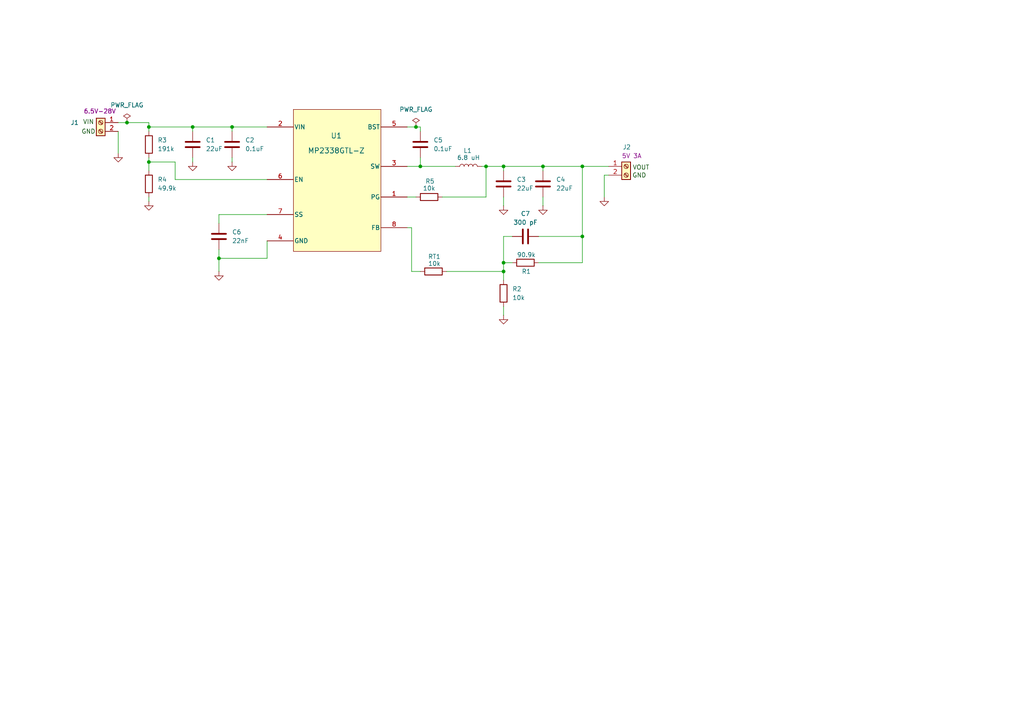
<source format=kicad_sch>
(kicad_sch (version 20250114) (generator "eeschema") (generator_version "9.0")
  (paper "A4")
  (title_block (title "DC to DC Switching Converter") (company "Teddy Kim") (comment 1 "Trimming pot in para with R1") (comment 2 "Change FB R's to 0.1% Tol") (comment 3 "Calc curr of pins to sch") (comment 4 "Calc Schematic"))
  (lib_symbols
    (symbol "Alpha:MP2338GTL-Z" (pin_names (offset 0.254))
      (property "Reference" "U1" (at 0 20.32 0))
      (property "Value" "MP2338GTL-Z" (at 0 17.78 0))
      (symbol "MP2338GTL-Z_0_1"
        (pin power_in line (at -20.32 10.16 0) (length 7.62) (name "VIN") (number "2"))
        (pin input line (at -20.32 -5.08 0) (length 7.62) (name "EN") (number "6"))
        (pin unspecified line (at -20.32 -15.24 0) (length 7.62) (name "SS") (number "7"))
        (pin power_in line (at -20.32 -22.86 0) (length 7.62) (name "GND") (number "4"))
        (pin power_in line (at 20.32 10.16 180) (length 7.62) (name "BST") (number "5"))
        (pin output line (at 20.32 -1.27 180) (length 7.62) (name "SW") (number "3"))
        (pin output line (at 20.32 -10.16 180) (length 7.62) (name "PG") (number "1"))
        (pin output line (at 20.32 -19.05 180) (length 7.62) (name "FB") (number "8"))
      )
      (symbol "MP2338GTL-Z_1_1"
        (rectangle (start -12.7 15.24) (end 12.7 -25.908) (fill (type color) (color 255 255 194 1)))
      )
    )
    (symbol "Connector:Screw_Terminal_01x02" (pin_names (offset 1.016) (hide yes))
      (property "Reference" "J1" (at 0 -8.89 0))
      (property "Value" "12V to 75V" (at 0 -6.35 0))
      (symbol "Screw_Terminal_01x02_1_1"
        (rectangle (start -1.27 1.27) (end 1.27 -3.81) (stroke (width 0.254)) (fill (type background)))
        (polyline (pts (xy -0.5334 0.3302) (xy 0.3302 -0.508)) (stroke (width 0.1524)))
        (polyline (pts (xy -0.5334 -2.2098) (xy 0.3302 -3.048)) (stroke (width 0.1524)))
        (polyline (pts (xy -0.3556 0.508) (xy 0.508 -0.3302)) (stroke (width 0.1524)))
        (polyline (pts (xy -0.3556 -2.032) (xy 0.508 -2.8702)) (stroke (width 0.1524)))
        (circle (center 0 0) (radius 0.635) (stroke (width 0.1524)))
        (circle (center 0 -2.54) (radius 0.635) (stroke (width 0.1524)))
        (text "GND" (at 3.556 0 0) (effects (font (size 1.27 1.27))))
        (text "VIN" (at 3.556 -2.794 0) (effects (font (size 1.27 1.27))))
        (pin power_out line (at -5.08 0 0) (length 3.81) (name "GND") (number "2"))
        (pin power_in line (at -5.08 -2.54 0) (length 3.81) (name "VIN") (number "1"))
      )
    )
    (symbol "Device:C" (pin_numbers (hide yes)) (pin_names (offset 0.254))
      (property "Reference" "C" (at 0.635 2.54 0))
      (property "Value" "C" (at 0.635 -2.54 0))
      (symbol "C_0_1"
        (polyline (pts (xy -2.032 0.762) (xy 2.032 0.762)) (stroke (width 0.508)))
        (polyline (pts (xy -2.032 -0.762) (xy 2.032 -0.762)) (stroke (width 0.508)))
      )
      (symbol "C_1_1"
        (pin passive line (at 0 3.81 270) (length 2.794) (name "~") (number "1"))
        (pin passive line (at 0 -3.81 90) (length 2.794) (name "~") (number "2"))
      )
    )
    (symbol "Device:L" (pin_numbers (hide yes)) (pin_names (offset 1.016) (hide yes))
      (property "Reference" "L" (at -1.27 0 90))
      (property "Value" "L" (at 1.905 0 90))
      (symbol "L_0_1"
        (arc (start 0 2.54) (mid 0.6323 1.905) (end 0 1.27))
        (arc (start 0 1.27) (mid 0.6323 0.635) (end 0 0))
        (arc (start 0 0) (mid 0.6323 -0.635) (end 0 -1.27))
        (arc (start 0 -1.27) (mid 0.6323 -1.905) (end 0 -2.54))
      )
      (symbol "L_1_1"
        (pin passive line (at 0 3.81 270) (length 1.27) (name "1") (number "1"))
        (pin passive line (at 0 -3.81 90) (length 1.27) (name "2") (number "2"))
      )
    )
    (symbol "Device:R" (pin_numbers (hide yes)) (pin_names (offset 0))
      (property "Reference" "R" (at 2.032 0 90))
      (property "Value" "R" (at 0 0 90))
      (symbol "R_0_1"
        (rectangle (start -1.016 -2.54) (end 1.016 2.54) (stroke (width 0.254)))
      )
      (symbol "R_1_1"
        (pin passive line (at 0 3.81 270) (length 1.27) (name "~") (number "1"))
        (pin passive line (at 0 -3.81 90) (length 1.27) (name "~") (number "2"))
      )
    )
    (symbol "Screw_Terminal_01x02_1" (pin_names (offset 1.016) (hide yes))
      (property "Reference" "J2" (at -1.016 3.048 0))
      (symbol "Screw_Terminal_01x02_1_1_1"
        (rectangle (start -1.27 1.27) (end 1.27 -3.81) (stroke (width 0.254)) (fill (type background)))
        (polyline (pts (xy -0.5334 0.3302) (xy 0.3302 -0.508)) (stroke (width 0.1524)))
        (polyline (pts (xy -0.5334 -2.2098) (xy 0.3302 -3.048)) (stroke (width 0.1524)))
        (polyline (pts (xy -0.3556 0.508) (xy 0.508 -0.3302)) (stroke (width 0.1524)))
        (polyline (pts (xy -0.3556 -2.032) (xy 0.508 -2.8702)) (stroke (width 0.1524)))
        (circle (center 0 0) (radius 0.635) (stroke (width 0.1524)))
        (circle (center 0 -2.54) (radius 0.635) (stroke (width 0.1524)))
        (text "GND" (at 3.81 -2.54 0) (effects (font (size 1.27 1.27))))
        (text "VOUT\n" (at 4.318 -0.254 0) (effects (font (size 1.27 1.27))))
        (pin passive line (at -5.08 0 0) (length 3.81) (name "VIN") (number "1"))
        (pin passive line (at -5.08 -2.54 0) (length 3.81) (name "GND") (number "2"))
      )
    )
    (symbol "power:GND" (power) (pin_numbers (hide yes)) (pin_names (offset 0) (hide yes))
      (property "Value" "GND" (at 0 -3.81 0))
      (symbol "GND_0_1"
        (polyline (pts (xy 0 0) (xy 0 -1.27) (xy 1.27 -1.27) (xy 0 -2.54) (xy -1.27 -1.27) (xy 0 -1.27)))
      )
      (symbol "GND_1_1"
        (pin power_in line (at 0 0 270) (length 0) (name "~") (number "1"))
      )
    )
    (symbol "power:PWR_FLAG" (power) (pin_numbers (hide yes)) (pin_names (offset 0) (hide yes))
      (property "Value" "PWR_FLAG" (at 0 3.81 0))
      (symbol "PWR_FLAG_0_0"
        (pin power_out line (at 0 0 90) (length 0) (name "~") (number "1"))
      )
      (symbol "PWR_FLAG_0_1"
        (polyline (pts (xy 0 0) (xy 0 1.27) (xy -1.016 1.905) (xy 0 2.54) (xy 1.016 1.905) (xy 0 1.27)))
      )
    )
  )
  (junction (at 43.18 36.83))
  (junction (at 168.91 48.26))
  (junction (at 168.91 68.58))
  (junction (at 120.65 36.83))
  (junction (at 43.18 46.99))
  (junction (at 146.05 78.74))
  (junction (at 36.83 35.56))
  (junction (at 140.97 48.26))
  (junction (at 55.88 36.83))
  (junction (at 146.05 48.26))
  (junction (at 63.5 74.93))
  (junction (at 67.31 36.83))
  (junction (at 146.05 76.2))
  (junction (at 121.92 48.26))
  (junction (at 157.48 48.26))
  (wire (pts (xy 146.05 57.15) (xy 146.05 59.69)))
  (wire (pts (xy 157.48 57.15) (xy 157.48 59.69)))
  (wire (pts (xy 157.48 48.26) (xy 168.91 48.26)))
  (wire (pts (xy 43.18 36.83) (xy 55.88 36.83)))
  (wire (pts (xy 67.31 45.72) (xy 67.31 46.99)))
  (wire (pts (xy 77.47 52.07) (xy 50.8 52.07)))
  (wire (pts (xy 118.11 57.15) (xy 120.65 57.15)))
  (wire (pts (xy 168.91 68.58) (xy 168.91 76.2)))
  (wire (pts (xy 120.65 36.83) (xy 121.92 36.83)))
  (wire (pts (xy 34.29 35.56) (xy 36.83 35.56)))
  (wire (pts (xy 36.83 35.56) (xy 43.18 35.56)))
  (wire (pts (xy 50.8 46.99) (xy 43.18 46.99)))
  (wire (pts (xy 140.97 57.15) (xy 140.97 48.26)))
  (wire (pts (xy 156.21 76.2) (xy 168.91 76.2)))
  (wire (pts (xy 146.05 88.9) (xy 146.05 91.44)))
  (wire (pts (xy 140.97 48.26) (xy 146.05 48.26)))
  (wire (pts (xy 67.31 36.83) (xy 67.31 38.1)))
  (wire (pts (xy 128.27 57.15) (xy 140.97 57.15)))
  (wire (pts (xy 63.5 74.93) (xy 77.47 74.93)))
  (wire (pts (xy 146.05 76.2) (xy 148.59 76.2)))
  (wire (pts (xy 121.92 36.83) (xy 121.92 38.1)))
  (wire (pts (xy 168.91 48.26) (xy 176.53 48.26)))
  (wire (pts (xy 175.26 50.8) (xy 175.26 57.15)))
  (wire (pts (xy 43.18 35.56) (xy 43.18 36.83)))
  (wire (pts (xy 55.88 36.83) (xy 67.31 36.83)))
  (wire (pts (xy 63.5 74.93) (xy 63.5 78.74)))
  (wire (pts (xy 63.5 72.39) (xy 63.5 74.93)))
  (wire (pts (xy 157.48 48.26) (xy 157.48 49.53)))
  (wire (pts (xy 168.91 48.26) (xy 168.91 68.58)))
  (wire (pts (xy 176.53 50.8) (xy 175.26 50.8)))
  (wire (pts (xy 119.38 78.74) (xy 121.92 78.74)))
  (wire (pts (xy 119.38 78.74) (xy 119.38 66.04)))
  (wire (pts (xy 43.18 38.1) (xy 43.18 36.83)))
  (wire (pts (xy 146.05 48.26) (xy 157.48 48.26)))
  (wire (pts (xy 67.31 36.83) (xy 77.47 36.83)))
  (wire (pts (xy 146.05 68.58) (xy 146.05 76.2)))
  (wire (pts (xy 146.05 78.74) (xy 146.05 81.28)))
  (wire (pts (xy 50.8 52.07) (xy 50.8 46.99)))
  (wire (pts (xy 148.59 68.58) (xy 146.05 68.58)))
  (wire (pts (xy 55.88 45.72) (xy 55.88 46.99)))
  (wire (pts (xy 121.92 48.26) (xy 132.08 48.26)))
  (wire (pts (xy 77.47 74.93) (xy 77.47 69.85)))
  (wire (pts (xy 55.88 38.1) (xy 55.88 36.83)))
  (wire (pts (xy 146.05 76.2) (xy 146.05 78.74)))
  (wire (pts (xy 156.21 68.58) (xy 168.91 68.58)))
  (wire (pts (xy 63.5 62.23) (xy 77.47 62.23)))
  (wire (pts (xy 146.05 48.26) (xy 146.05 49.53)))
  (wire (pts (xy 43.18 57.15) (xy 43.18 58.42)))
  (wire (pts (xy 121.92 45.72) (xy 121.92 48.26)))
  (wire (pts (xy 34.29 38.1) (xy 34.29 44.45)))
  (wire (pts (xy 129.54 78.74) (xy 146.05 78.74)))
  (wire (pts (xy 119.38 66.04) (xy 118.11 66.04)))
  (wire (pts (xy 43.18 46.99) (xy 43.18 49.53)))
  (wire (pts (xy 43.18 45.72) (xy 43.18 46.99)))
  (wire (pts (xy 63.5 64.77) (xy 63.5 62.23)))
  (wire (pts (xy 118.11 48.26) (xy 121.92 48.26)))
  (wire (pts (xy 118.11 36.83) (xy 120.65 36.83)))
  (wire (pts (xy 139.7 48.26) (xy 140.97 48.26)))
  (symbol (lib_id "power:GND") (at 67.31 46.99 0) (unit 1)
    (property "Reference" "#PWR05" (effects (hide yes)))
    (property "Value" "GND" (effects (hide yes)))
    (property "Description" "Power symbol creates a global label with name \"GND\" , ground" (effects (hide yes)))
  )
  (symbol (lib_id "power:GND") (at 175.26 57.15 0) (unit 1)
    (property "Reference" "#PWR09" (effects (hide yes)))
    (property "Value" "GND" (effects (hide yes)))
    (property "Description" "Power symbol creates a global label with name \"GND\" , ground" (effects (hide yes)))
  )
  (symbol (lib_id "power:GND") (at 55.88 46.99 0) (unit 1)
    (property "Reference" "#PWR03" (effects (hide yes)))
    (property "Value" "GND" (effects (hide yes)))
    (property "Description" "Power symbol creates a global label with name \"GND\" , ground" (effects (hide yes)))
  )
  (symbol (lib_id "Device:R") (at 146.05 85.09 0) (unit 1)
    (property "Reference" "R2" (at 148.59 83.8199 0) (effects (justify left)))
    (property "Value" "10k" (at 148.59 86.3599 0) (effects (justify left)))
    (property "Footprint" "Resistor_SMD:R_0805_2012Metric_Pad1.20x1.40mm_HandSolder" (effects (hide yes)))
    (property "Description" "Resistor" (effects (hide yes)))
    (property "ID" "P10KDACT-ND" (effects (hide yes)))
  )
  (symbol (lib_name "Screw_Terminal_01x02_1") (lib_id "Connector:Screw_Terminal_01x02") (at 181.61 48.26 0) (unit 1)
    (property "Reference" "J2" (at 180.594 42.672 0) (effects (justify left)))
    (property "Value" "5V 3A" (at 180.34 45.212 0) (effects (justify left)))
    (property "Footprint" "AlphaF:TERM BLK 2POS SIDE ENTRY" (effects (hide yes)))
    (property "Description" "Generic screw terminal, single row, 01x02, script generated (kicad-library-utils/schlib/autogen/connector/)" (effects (hide yes)))
    (property "ID" "732-10955-ND" (effects (hide yes)))
  )
  (symbol (lib_id "Connector:Screw_Terminal_01x02") (at 29.21 38.1 180) (unit 1)
    (property "Reference" "J1" (at 22.86 35.5599 0) (effects (justify left)))
    (property "Value" "6V to 35V" (effects (hide yes)))
    (property "Footprint" "AlphaF:TERM BLK 2POS SIDE ENTRY" (effects (hide yes)))
    (property "Description" "Generic screw terminal, single row, 01x02, script generated (kicad-library-utils/schlib/autogen/connector/)" (effects (hide yes)))
    (property "input" "6.5V-28V" (at 28.956 32.258 0))
    (property "ID" "732-10955-ND" (effects (hide yes)))
  )
  (symbol (lib_id "power:GND") (at 34.29 44.45 0) (unit 1)
    (property "Reference" "#PWR01" (effects (hide yes)))
    (property "Value" "GND" (effects (hide yes)))
    (property "Description" "Power symbol creates a global label with name \"GND\" , ground" (effects (hide yes)))
  )
  (symbol (lib_id "Device:C") (at 67.31 41.91 0) (unit 1)
    (property "Reference" "C2" (at 71.12 40.6399 0) (effects (justify left)))
    (property "Value" "0.1uF" (at 71.12 43.1799 0) (effects (justify left)))
    (property "Footprint" "Capacitor_SMD:C_0805_2012Metric_Pad1.18x1.45mm_HandSolder" (effects (hide yes)))
    (property "Description" "Unpolarized capacitor" (effects (hide yes)))
    (property "ID" "1276-1003-1-ND" (effects (hide yes)))
  )
  (symbol (lib_id "Device:R") (at 124.46 57.15 90) (unit 1)
    (property "Reference" "R5" (at 124.714 52.578 90))
    (property "Value" "10k" (at 124.46 54.61 90))
    (property "Footprint" "Resistor_SMD:R_0805_2012Metric_Pad1.20x1.40mm_HandSolder" (effects (hide yes)))
    (property "Description" "Resistor" (effects (hide yes)))
    (property "ID" "P10KDACT-ND" (effects (hide yes)))
  )
  (symbol (lib_id "Device:R") (at 125.73 78.74 90) (unit 1)
    (property "Reference" "RT1" (at 125.984 74.422 90))
    (property "Value" "10k" (at 125.984 76.454 90))
    (property "Footprint" "Resistor_SMD:R_0805_2012Metric_Pad1.20x1.40mm_HandSolder" (effects (hide yes)))
    (property "Description" "Resistor" (effects (hide yes)))
    (property "ID" "P10KDACT-ND" (effects (hide yes)))
  )
  (symbol (lib_id "power:GND") (at 146.05 59.69 0) (unit 1)
    (property "Reference" "#PWR06" (effects (hide yes)))
    (property "Value" "GND" (effects (hide yes)))
    (property "Description" "Power symbol creates a global label with name \"GND\" , ground" (effects (hide yes)))
  )
  (symbol (lib_id "Device:C") (at 152.4 68.58 90) (unit 1)
    (property "Reference" "C7" (at 152.4 61.976 90))
    (property "Value" "300 pF" (at 152.4 64.516 90))
    (property "Footprint" "Capacitor_SMD:C_0805_2012Metric_Pad1.18x1.45mm_HandSolder" (effects (hide yes)))
    (property "Description" "Unpolarized capacitor" (effects (hide yes)))
    (property "ID" "738-CML0805C0G301JT50VCT-ND" (effects (hide yes)))
  )
  (symbol (lib_id "Device:C") (at 146.05 53.34 0) (unit 1)
    (property "Reference" "C3" (at 149.86 52.0699 0) (effects (justify left)))
    (property "Value" "22uF" (at 149.86 54.6099 0) (effects (justify left)))
    (property "Footprint" "Capacitor_SMD:C_0805_2012Metric_Pad1.18x1.45mm_HandSolder" (effects (hide yes)))
    (property "Description" "Unpolarized capacitor" (effects (hide yes)))
    (property "ID" "490-GRM21BZ71A226ME15LCT-ND" (effects (hide yes)))
  )
  (symbol (lib_id "power:PWR_FLAG") (at 36.83 35.56 0) (unit 1)
    (property "Reference" "#FLG01" (effects (hide yes)))
    (property "Value" "PWR_FLAG" (at 36.83 30.48 0))
    (property "Description" "Special symbol for telling ERC where power comes from" (effects (hide yes)))
  )
  (symbol (lib_id "power:GND") (at 146.05 91.44 0) (unit 1)
    (property "Reference" "#PWR07" (effects (hide yes)))
    (property "Value" "GND" (effects (hide yes)))
    (property "Description" "Power symbol creates a global label with name \"GND\" , ground" (effects (hide yes)))
  )
  (symbol (lib_id "Device:C") (at 121.92 41.91 0) (unit 1)
    (property "Reference" "C5" (at 125.73 40.6399 0) (effects (justify left)))
    (property "Value" "0.1uF" (at 125.73 43.1799 0) (effects (justify left)))
    (property "Footprint" "Capacitor_SMD:C_0805_2012Metric_Pad1.18x1.45mm_HandSolder" (effects (hide yes)))
    (property "Description" "Unpolarized capacitor" (effects (hide yes)))
    (property "ID" "1276-1003-1-ND" (effects (hide yes)))
  )
  (symbol (lib_id "Device:R") (at 152.4 76.2 90) (unit 1)
    (property "Reference" "R1" (at 152.654 78.74 90))
    (property "Value" "90.9k" (at 152.654 73.914 90))
    (property "Footprint" "Resistor_SMD:R_0805_2012Metric_Pad1.20x1.40mm_HandSolder" (effects (hide yes)))
    (property "Description" "Resistor" (effects (hide yes)))
    (property "ID" "P90.9KDACT-ND" (effects (hide yes)))
  )
  (symbol (lib_id "power:GND") (at 63.5 78.74 0) (unit 1)
    (property "Reference" "#PWR04" (effects (hide yes)))
    (property "Value" "GND" (effects (hide yes)))
    (property "Description" "Power symbol creates a global label with name \"GND\" , ground" (effects (hide yes)))
  )
  (symbol (lib_id "power:PWR_FLAG") (at 120.65 36.83 0) (unit 1)
    (property "Reference" "#FLG02" (effects (hide yes)))
    (property "Value" "PWR_FLAG" (at 120.65 31.75 0))
    (property "Description" "Special symbol for telling ERC where power comes from" (effects (hide yes)))
  )
  (symbol (lib_id "power:GND") (at 157.48 59.69 0) (unit 1)
    (property "Reference" "#PWR08" (effects (hide yes)))
    (property "Value" "GND" (effects (hide yes)))
    (property "Description" "Power symbol creates a global label with name \"GND\" , ground" (effects (hide yes)))
  )
  (symbol (lib_id "Device:R") (at 43.18 53.34 0) (unit 1)
    (property "Reference" "R4" (at 45.72 52.0699 0) (effects (justify left)))
    (property "Value" "49.9k" (at 45.72 54.6099 0) (effects (justify left)))
    (property "Footprint" "Resistor_SMD:R_0805_2012Metric_Pad1.20x1.40mm_HandSolder" (effects (hide yes)))
    (property "Description" "Resistor" (effects (hide yes)))
    (property "ID" "P49.9KDACT-ND" (effects (hide yes)))
  )
  (symbol (lib_id "Device:C") (at 55.88 41.91 0) (unit 1)
    (property "Reference" "C1" (at 59.69 40.6399 0) (effects (justify left)))
    (property "Value" "22uF" (at 59.69 43.1799 0) (effects (justify left)))
    (property "Footprint" "Capacitor_SMD:C_0805_2012Metric_Pad1.18x1.45mm_HandSolder" (effects (hide yes)))
    (property "Description" "Unpolarized capacitor" (effects (hide yes)))
    (property "ID" "4713-GMC21X5R226M35NTCT-ND" (effects (hide yes)))
  )
  (symbol (lib_id "Alpha:MP2338GTL-Z") (at 97.79 46.99 0) (unit 1)
    (property "Reference" "U1" (at 97.536 39.37 0) (effects (font (size 1.524 1.524))))
    (property "Value" "MP2338GTL-Z" (at 97.536 43.688 0) (effects (font (size 1.524 1.524))))
    (property "Footprint" "AlphaF:SOT583_MP2338_MNP-L" (effects (hide yes)))
    (property "Datasheet" "MP2338GTL-Z" (effects (hide yes)))
    (property "ID" "1589-MP2338GTL-ZCT-ND" (effects (hide yes)))
  )
  (symbol (lib_id "power:GND") (at 43.18 58.42 0) (unit 1)
    (property "Reference" "#PWR02" (effects (hide yes)))
    (property "Value" "GND" (effects (hide yes)))
    (property "Description" "Power symbol creates a global label with name \"GND\" , ground" (effects (hide yes)))
  )
  (symbol (lib_id "Device:R") (at 43.18 41.91 0) (unit 1)
    (property "Reference" "R3" (at 45.72 40.6399 0) (effects (justify left)))
    (property "Value" "191k" (at 45.72 43.1799 0) (effects (justify left)))
    (property "Footprint" "Resistor_SMD:R_0805_2012Metric_Pad1.20x1.40mm_HandSolder" (effects (hide yes)))
    (property "Description" "Resistor" (effects (hide yes)))
    (property "ID" "P191KDACT-ND" (effects (hide yes)))
  )
  (symbol (lib_id "Device:L") (at 135.89 48.26 90) (unit 1)
    (property "Reference" "L1" (at 135.636 43.688 90))
    (property "Value" "6.8 uH" (at 135.89 45.72 90))
    (property "Footprint" "AlphaF:FIXED IND 6.8UH 4.5A" (effects (hide yes)))
    (property "Description" "Inductor" (effects (hide yes)))
    (property "ID" "553-BMRA000606306R8MA1CT-ND" (effects (hide yes)))
  )
  (symbol (lib_id "Device:C") (at 157.48 53.34 0) (unit 1)
    (property "Reference" "C4" (at 161.29 52.0699 0) (effects (justify left)))
    (property "Value" "22uF" (at 161.29 54.6099 0) (effects (justify left)))
    (property "Footprint" "Capacitor_SMD:C_0805_2012Metric_Pad1.18x1.45mm_HandSolder" (effects (hide yes)))
    (property "Description" "Unpolarized capacitor" (effects (hide yes)))
    (property "ID" "490-GRM21BZ71A226ME15LCT-ND" (effects (hide yes)))
  )
  (symbol (lib_id "Device:C") (at 63.5 68.58 0) (unit 1)
    (property "Reference" "C6" (at 67.31 67.3099 0) (effects (justify left)))
    (property "Value" "22nF" (at 67.31 69.8499 0) (effects (justify left)))
    (property "Footprint" "Capacitor_SMD:C_0805_2012Metric_Pad1.18x1.45mm_HandSolder" (effects (hide yes)))
    (property "Description" "Unpolarized capacitor" (effects (hide yes)))
    (property "ID" "1276-2488-1-ND" (effects (hide yes)))
  )
)
</source>
